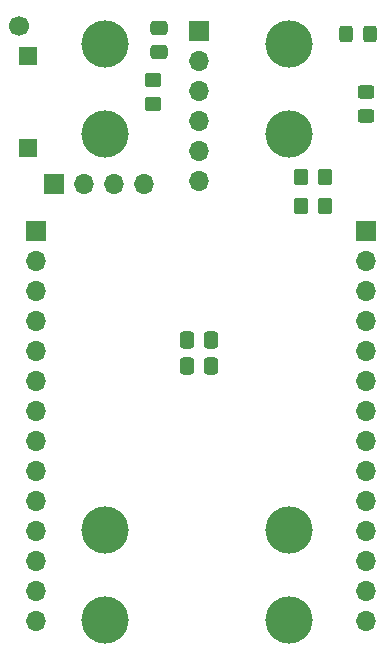
<source format=gbr>
%TF.GenerationSoftware,KiCad,Pcbnew,6.0.6-3a73a75311~116~ubuntu20.04.1*%
%TF.CreationDate,2022-07-15T19:37:52-05:00*%
%TF.ProjectId,Barbones_2xAA_Arduino_v003,42617262-6f6e-4657-935f-327841415f41,rev?*%
%TF.SameCoordinates,Original*%
%TF.FileFunction,Soldermask,Top*%
%TF.FilePolarity,Negative*%
%FSLAX46Y46*%
G04 Gerber Fmt 4.6, Leading zero omitted, Abs format (unit mm)*
G04 Created by KiCad (PCBNEW 6.0.6-3a73a75311~116~ubuntu20.04.1) date 2022-07-15 19:37:52*
%MOMM*%
%LPD*%
G01*
G04 APERTURE LIST*
G04 Aperture macros list*
%AMRoundRect*
0 Rectangle with rounded corners*
0 $1 Rounding radius*
0 $2 $3 $4 $5 $6 $7 $8 $9 X,Y pos of 4 corners*
0 Add a 4 corners polygon primitive as box body*
4,1,4,$2,$3,$4,$5,$6,$7,$8,$9,$2,$3,0*
0 Add four circle primitives for the rounded corners*
1,1,$1+$1,$2,$3*
1,1,$1+$1,$4,$5*
1,1,$1+$1,$6,$7*
1,1,$1+$1,$8,$9*
0 Add four rect primitives between the rounded corners*
20,1,$1+$1,$2,$3,$4,$5,0*
20,1,$1+$1,$4,$5,$6,$7,0*
20,1,$1+$1,$6,$7,$8,$9,0*
20,1,$1+$1,$8,$9,$2,$3,0*%
G04 Aperture macros list end*
%ADD10R,1.700000X1.700000*%
%ADD11O,1.700000X1.700000*%
%ADD12C,1.700000*%
%ADD13R,1.500000X1.500000*%
%ADD14RoundRect,0.250000X-0.350000X-0.450000X0.350000X-0.450000X0.350000X0.450000X-0.350000X0.450000X0*%
%ADD15RoundRect,0.250000X-0.450000X0.325000X-0.450000X-0.325000X0.450000X-0.325000X0.450000X0.325000X0*%
%ADD16RoundRect,0.250000X-0.475000X0.337500X-0.475000X-0.337500X0.475000X-0.337500X0.475000X0.337500X0*%
%ADD17RoundRect,0.250000X0.450000X-0.350000X0.450000X0.350000X-0.450000X0.350000X-0.450000X-0.350000X0*%
%ADD18RoundRect,0.250000X-0.337500X-0.475000X0.337500X-0.475000X0.337500X0.475000X-0.337500X0.475000X0*%
%ADD19RoundRect,0.250000X0.337500X0.475000X-0.337500X0.475000X-0.337500X-0.475000X0.337500X-0.475000X0*%
%ADD20C,4.000000*%
%ADD21RoundRect,0.250000X-0.325000X-0.450000X0.325000X-0.450000X0.325000X0.450000X-0.325000X0.450000X0*%
G04 APERTURE END LIST*
D10*
%TO.C,J3*%
X193065000Y-68580000D03*
D11*
X193065000Y-71120000D03*
X193065000Y-73660000D03*
X193065000Y-76200000D03*
X193065000Y-78740000D03*
X193065000Y-81280000D03*
X193065000Y-83820000D03*
X193065000Y-86360000D03*
X193065000Y-88900000D03*
X193065000Y-91440000D03*
X193065000Y-93980000D03*
X193065000Y-96520000D03*
X193065000Y-99060000D03*
X193065000Y-101600000D03*
%TD*%
D10*
%TO.C,J4*%
X166700000Y-64575000D03*
D11*
X169240000Y-64575000D03*
X171780000Y-64575000D03*
X174320000Y-64575000D03*
%TD*%
D10*
%TO.C,J1*%
X178950000Y-51600000D03*
D11*
X178950000Y-54140000D03*
X178950000Y-56680000D03*
X178950000Y-59220000D03*
X178950000Y-61760000D03*
X178950000Y-64300000D03*
%TD*%
D12*
%TO.C,J5*%
X163720000Y-51170000D03*
%TD*%
D13*
%TO.C,SW2*%
X164490000Y-61490000D03*
X164490000Y-53690000D03*
%TD*%
D14*
%TO.C,R2*%
X187600000Y-64000000D03*
X189600000Y-64000000D03*
%TD*%
D15*
%TO.C,D1*%
X193040000Y-56795000D03*
X193040000Y-58845000D03*
%TD*%
D16*
%TO.C,C1*%
X175580000Y-51352500D03*
X175580000Y-53427500D03*
%TD*%
D10*
%TO.C,J2*%
X165125000Y-68580000D03*
D11*
X165125000Y-71120000D03*
X165125000Y-73660000D03*
X165125000Y-76200000D03*
X165125000Y-78740000D03*
X165125000Y-81280000D03*
X165125000Y-83820000D03*
X165125000Y-86360000D03*
X165125000Y-88900000D03*
X165125000Y-91440000D03*
X165125000Y-93980000D03*
X165125000Y-96520000D03*
X165125000Y-99060000D03*
X165125000Y-101600000D03*
%TD*%
D17*
%TO.C,R1*%
X175040000Y-57770000D03*
X175040000Y-55770000D03*
%TD*%
D18*
%TO.C,C3*%
X177912500Y-79950000D03*
X179987500Y-79950000D03*
%TD*%
D14*
%TO.C,R5*%
X187600000Y-66400000D03*
X189600000Y-66400000D03*
%TD*%
D19*
%TO.C,C4*%
X179987500Y-77800000D03*
X177912500Y-77800000D03*
%TD*%
D20*
%TO.C,U2*%
X170965000Y-52685000D03*
X170965000Y-60305000D03*
X170965000Y-101455000D03*
X170965000Y-93835000D03*
%TD*%
%TO.C,U1*%
X186585000Y-101455000D03*
X186585000Y-93835000D03*
X186585000Y-52685000D03*
X186585000Y-60305000D03*
%TD*%
D21*
%TO.C,D2*%
X191387500Y-51840000D03*
X193437500Y-51840000D03*
%TD*%
M02*

</source>
